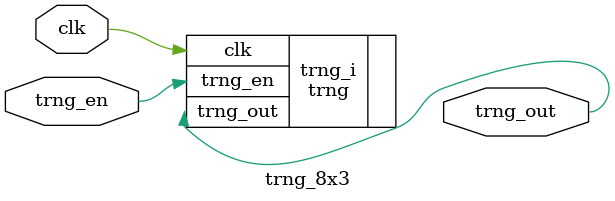
<source format=sv>


`default_nettype none

module trng_8x3 (
    input  clk,     // Sampling clock
    input  trng_en, // Enable all ring oscillators
    output trng_out // Output of the trng
);

    localparam NUM_OSCILLATORS = 8;
    localparam NUM_INVERTER = 3;

    trng #(
        .NUM_INVERTER       (NUM_INVERTER),
        .NUM_OSCILLATORS    (NUM_OSCILLATORS)
    ) trng_i (
        .clk        (clk),
        .trng_en    (trng_en),
        .trng_out   (trng_out)
    );

endmodule

</source>
